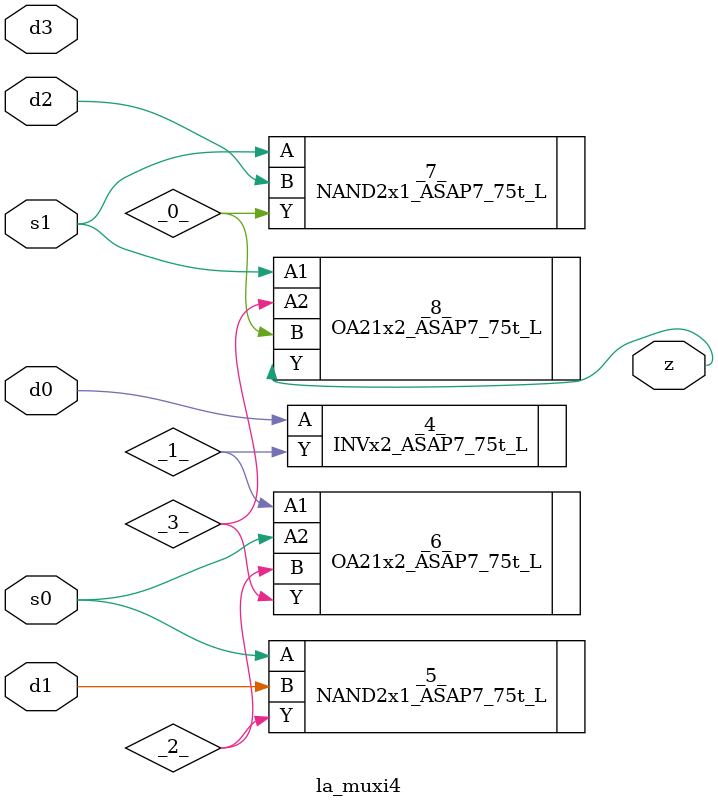
<source format=v>
/* Generated by Yosys 0.37 (git sha1 a5c7f69ed, clang 14.0.0-1ubuntu1.1 -fPIC -Os) */

module la_muxi4(d0, d1, d2, d3, s0, s1, z);
  wire _0_;
  wire _1_;
  wire _2_;
  wire _3_;
  input d0;
  wire d0;
  input d1;
  wire d1;
  input d2;
  wire d2;
  input d3;
  wire d3;
  input s0;
  wire s0;
  input s1;
  wire s1;
  output z;
  wire z;
  INVx2_ASAP7_75t_L _4_ (
    .A(d0),
    .Y(_1_)
  );
  NAND2x1_ASAP7_75t_L _5_ (
    .A(s0),
    .B(d1),
    .Y(_2_)
  );
  OA21x2_ASAP7_75t_L _6_ (
    .A1(_1_),
    .A2(s0),
    .B(_2_),
    .Y(_3_)
  );
  NAND2x1_ASAP7_75t_L _7_ (
    .A(s1),
    .B(d2),
    .Y(_0_)
  );
  OA21x2_ASAP7_75t_L _8_ (
    .A1(s1),
    .A2(_3_),
    .B(_0_),
    .Y(z)
  );
endmodule

</source>
